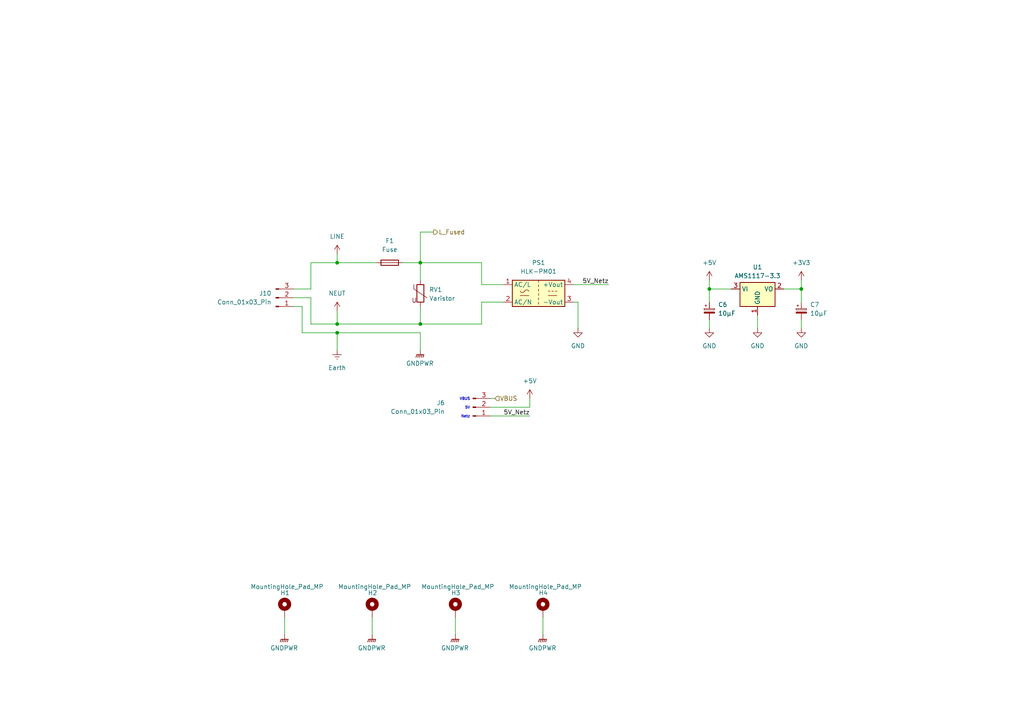
<source format=kicad_sch>
(kicad_sch (version 20250114) (generator "eeschema") (generator_version "9.0")
  (paper "A4")
  (lib_symbols
    (symbol "Connector:Conn_01x03_Pin" (pin_names (offset 1.016) (hide yes))
      (property "Reference" "J" (at 0 5.08 0))
      (property "Value" "Conn_01x03_Pin" (at 0 -5.08 0))
      (symbol "Conn_01x03_Pin_1_1"
        (rectangle (start 0.8636 2.667) (end 0 2.413) (stroke (width 0.1524)) (fill (type outline)))
        (rectangle (start 0.8636 0.127) (end 0 -0.127) (stroke (width 0.1524)) (fill (type outline)))
        (rectangle (start 0.8636 -2.413) (end 0 -2.667) (stroke (width 0.1524)) (fill (type outline)))
        (polyline (pts (xy 1.27 2.54) (xy 0.8636 2.54)) (stroke (width 0.1524)))
        (polyline (pts (xy 1.27 0) (xy 0.8636 0)) (stroke (width 0.1524)))
        (polyline (pts (xy 1.27 -2.54) (xy 0.8636 -2.54)) (stroke (width 0.1524)))
        (pin passive line (at 5.08 2.54 180) (length 3.81) (name "Pin_1") (number "1"))
        (pin passive line (at 5.08 0 180) (length 3.81) (name "Pin_2") (number "2"))
        (pin passive line (at 5.08 -2.54 180) (length 3.81) (name "Pin_3") (number "3"))
      )
    )
    (symbol "Converter_ACDC:HLK-PM01"
      (property "Reference" "PS" (at 0 5.08 0))
      (property "Value" "HLK-PM01" (at 0 -5.08 0))
      (symbol "HLK-PM01_0_1"
        (rectangle (start -7.62 3.81) (end 7.62 -3.81) (stroke (width 0.254)) (fill (type background)))
        (polyline (pts (xy -5.334 -0.635) (xy -2.794 -0.635)))
        (arc (start -4.064 0.635) (mid -4.699 0.2495) (end -5.334 0.635))
        (arc (start -4.064 0.635) (mid -3.429 1.0072) (end -2.794 0.635))
        (polyline (pts (xy 0 3.81) (xy 0 3.175)))
        (polyline (pts (xy 0 2.54) (xy 0 1.905)))
        (polyline (pts (xy 0 1.27) (xy 0 0.635)))
        (polyline (pts (xy 0 0) (xy 0 -0.635)))
        (polyline (pts (xy 0 -1.27) (xy 0 -1.905)))
        (polyline (pts (xy 0 -2.54) (xy 0 -3.175)))
        (polyline (pts (xy 2.794 0.635) (xy 3.302 0.635)))
        (polyline (pts (xy 2.794 -0.635) (xy 5.334 -0.635)))
        (polyline (pts (xy 3.81 0.635) (xy 4.318 0.635)))
        (polyline (pts (xy 4.826 0.635) (xy 5.334 0.635)))
      )
      (symbol "HLK-PM01_1_1"
        (pin power_in line (at -10.16 2.54 0) (length 2.54) (name "AC/L") (number "1"))
        (pin power_in line (at -10.16 -2.54 0) (length 2.54) (name "AC/N") (number "2"))
        (pin power_out line (at 10.16 2.54 180) (length 2.54) (name "+Vout") (number "4"))
        (pin power_out line (at 10.16 -2.54 180) (length 2.54) (name "-Vout") (number "3"))
      )
    )
    (symbol "Device:C_Polarized_Small" (pin_numbers (hide yes)) (pin_names (offset 0.254) (hide yes))
      (property "Reference" "C" (at 0.254 1.778 0))
      (property "Value" "C_Polarized_Small" (at 0.254 -2.032 0))
      (symbol "C_Polarized_Small_0_1"
        (rectangle (start -1.524 0.6858) (end 1.524 0.3048))
        (rectangle (start -1.524 -0.3048) (end 1.524 -0.6858) (fill (type outline)))
        (polyline (pts (xy -1.27 1.524) (xy -0.762 1.524)))
        (polyline (pts (xy -1.016 1.27) (xy -1.016 1.778)))
      )
      (symbol "C_Polarized_Small_1_1"
        (pin passive line (at 0 2.54 270) (length 1.8542) (name "~") (number "1"))
        (pin passive line (at 0 -2.54 90) (length 1.8542) (name "~") (number "2"))
      )
    )
    (symbol "Device:Fuse" (pin_numbers (hide yes)) (pin_names (offset 0))
      (property "Reference" "F" (at 2.032 0 90))
      (property "Value" "Fuse" (at -1.905 0 90))
      (symbol "Fuse_0_1"
        (rectangle (start -0.762 -2.54) (end 0.762 2.54) (stroke (width 0.254)))
        (polyline (pts (xy 0 2.54) (xy 0 -2.54)))
      )
      (symbol "Fuse_1_1"
        (pin passive line (at 0 3.81 270) (length 1.27) (name "~") (number "1"))
        (pin passive line (at 0 -3.81 90) (length 1.27) (name "~") (number "2"))
      )
    )
    (symbol "Device:Varistor" (pin_numbers (hide yes)) (pin_names (offset 0))
      (property "Reference" "RV" (at 3.175 0 90))
      (property "Value" "Varistor" (at -3.175 0 90))
      (symbol "Varistor_0_0"
        (text "U" (at -1.778 -2.032 0) (effects (font (size 1.27 1.27))))
      )
      (symbol "Varistor_0_1"
        (polyline (pts (xy -1.905 2.54) (xy -1.905 1.27) (xy 1.905 -1.27)))
        (rectangle (start -1.016 -2.54) (end 1.016 2.54) (stroke (width 0.254)))
      )
      (symbol "Varistor_1_1"
        (pin passive line (at 0 3.81 270) (length 1.27) (name "~") (number "1"))
        (pin passive line (at 0 -3.81 90) (length 1.27) (name "~") (number "2"))
      )
    )
    (symbol "Mechanical:MountingHole_Pad_MP" (pin_numbers (hide yes)) (pin_names (offset 1.016) (hide yes)) (in_bom no)
      (property "Reference" "H" (at 0 6.35 0))
      (property "Value" "MountingHole_Pad_MP" (at 0 4.445 0))
      (symbol "MountingHole_Pad_MP_0_1"
        (circle (center 0 1.27) (radius 1.27) (stroke (width 1.27)))
      )
      (symbol "MountingHole_Pad_MP_1_1"
        (pin input line (at 0 -2.54 90) (length 2.54) (name "MP") (number "MP"))
      )
    )
    (symbol "Regulator_Linear:AMS1117-3.3"
      (property "Reference" "U" (at -3.81 3.175 0))
      (property "Value" "AMS1117-3.3" (at 0 3.175 0))
      (symbol "AMS1117-3.3_0_1"
        (rectangle (start -5.08 -5.08) (end 5.08 1.905) (stroke (width 0.254)) (fill (type background)))
      )
      (symbol "AMS1117-3.3_1_1"
        (pin power_in line (at -7.62 0 0) (length 2.54) (name "VI") (number "3"))
        (pin power_in line (at 0 -7.62 90) (length 2.54) (name "GND") (number "1"))
        (pin power_out line (at 7.62 0 180) (length 2.54) (name "VO") (number "2"))
      )
    )
    (symbol "power:+3V3" (power) (pin_numbers (hide yes)) (pin_names (offset 0) (hide yes))
      (property "Value" "+3V3" (at 0 3.556 0))
      (symbol "+3V3_0_1"
        (polyline (pts (xy -0.762 1.27) (xy 0 2.54)))
        (polyline (pts (xy 0 2.54) (xy 0.762 1.27)))
        (polyline (pts (xy 0 0) (xy 0 2.54)))
      )
      (symbol "+3V3_1_1"
        (pin power_in line (at 0 0 90) (length 0) (name "~") (number "1"))
      )
    )
    (symbol "power:+5V" (power) (pin_numbers (hide yes)) (pin_names (offset 0) (hide yes))
      (property "Value" "+5V" (at 0 3.556 0))
      (symbol "+5V_0_1"
        (polyline (pts (xy -0.762 1.27) (xy 0 2.54)))
        (polyline (pts (xy 0 2.54) (xy 0.762 1.27)))
        (polyline (pts (xy 0 0) (xy 0 2.54)))
      )
      (symbol "+5V_1_1"
        (pin power_in line (at 0 0 90) (length 0) (name "~") (number "1"))
      )
    )
    (symbol "power:Earth" (power) (pin_numbers (hide yes)) (pin_names (offset 0) (hide yes))
      (property "Value" "Earth" (at 0 -3.81 0))
      (symbol "Earth_0_1"
        (polyline (pts (xy -0.635 -1.905) (xy 0.635 -1.905)))
        (polyline (pts (xy -0.127 -2.54) (xy 0.127 -2.54)))
        (polyline (pts (xy 0 -1.27) (xy 0 0)))
        (polyline (pts (xy 1.27 -1.27) (xy -1.27 -1.27)))
      )
      (symbol "Earth_1_1"
        (pin power_in line (at 0 0 270) (length 0) (name "~") (number "1"))
      )
    )
    (symbol "power:GND" (power) (pin_numbers (hide yes)) (pin_names (offset 0) (hide yes))
      (property "Value" "GND" (at 0 -3.81 0))
      (symbol "GND_0_1"
        (polyline (pts (xy 0 0) (xy 0 -1.27) (xy 1.27 -1.27) (xy 0 -2.54) (xy -1.27 -1.27) (xy 0 -1.27)))
      )
      (symbol "GND_1_1"
        (pin power_in line (at 0 0 270) (length 0) (name "~") (number "1"))
      )
    )
    (symbol "power:GNDPWR" (power) (pin_numbers (hide yes)) (pin_names (offset 0) (hide yes))
      (property "Value" "GNDPWR" (at 0 -3.302 0))
      (symbol "GNDPWR_0_1"
        (polyline (pts (xy -1.016 -1.27) (xy -1.27 -2.032) (xy -1.27 -2.032)) (stroke (width 0.2032)))
        (polyline (pts (xy -0.508 -1.27) (xy -0.762 -2.032) (xy -0.762 -2.032)) (stroke (width 0.2032)))
        (polyline (pts (xy 0 -1.27) (xy 0 0)))
        (polyline (pts (xy 0 -1.27) (xy -0.254 -2.032) (xy -0.254 -2.032)) (stroke (width 0.2032)))
        (polyline (pts (xy 0.508 -1.27) (xy 0.254 -2.032) (xy 0.254 -2.032)) (stroke (width 0.2032)))
        (polyline (pts (xy 1.016 -1.27) (xy -1.016 -1.27) (xy -1.016 -1.27)) (stroke (width 0.2032)))
        (polyline (pts (xy 1.016 -1.27) (xy 0.762 -2.032) (xy 0.762 -2.032) (xy 0.762 -2.032)) (stroke (width 0.2032)))
      )
      (symbol "GNDPWR_1_1"
        (pin power_in line (at 0 0 270) (length 0) (name "~") (number "1"))
      )
    )
    (symbol "power:LINE" (power) (pin_numbers (hide yes)) (pin_names (offset 0) (hide yes))
      (property "Value" "LINE" (at 0 3.556 0))
      (symbol "LINE_0_1"
        (polyline (pts (xy -0.762 1.27) (xy 0 2.54)))
        (polyline (pts (xy 0 2.54) (xy 0.762 1.27)))
        (polyline (pts (xy 0 0) (xy 0 2.54)))
      )
      (symbol "LINE_1_1"
        (pin power_in line (at 0 0 90) (length 0) (name "~") (number "1"))
      )
    )
    (symbol "power:NEUT" (power) (pin_numbers (hide yes)) (pin_names (offset 0) (hide yes))
      (property "Value" "NEUT" (at 0 3.556 0))
      (symbol "NEUT_0_1"
        (polyline (pts (xy -0.762 1.27) (xy 0 2.54)))
        (polyline (pts (xy 0 2.54) (xy 0.762 1.27)))
        (polyline (pts (xy 0 0) (xy 0 2.54)))
      )
      (symbol "NEUT_1_1"
        (pin power_in line (at 0 0 90) (length 0) (name "~") (number "1"))
      )
    )
  )
  (text "5V" (at 136.398 118.364 0) (effects (font (size 0.762 0.762)) (justify right)))
  (text "VBUS" (at 136.398 115.824 0) (effects (font (size 0.762 0.762)) (justify right)))
  (text "Netz" (at 136.398 120.904 0) (effects (font (size 0.762 0.762)) (justify right)))
  (junction (at 121.92 76.2))
  (junction (at 205.74 83.82))
  (junction (at 97.79 96.52))
  (junction (at 97.79 93.98))
  (junction (at 121.92 93.98))
  (junction (at 97.79 76.2))
  (junction (at 232.41 83.82))
  (wire (pts (xy 90.17 93.98) (xy 97.79 93.98)))
  (wire (pts (xy 87.63 88.9) (xy 87.63 96.52)))
  (wire (pts (xy 139.7 87.63) (xy 139.7 93.98)))
  (wire (pts (xy 116.84 76.2) (xy 121.92 76.2)))
  (wire (pts (xy 97.79 93.98) (xy 121.92 93.98)))
  (wire (pts (xy 90.17 83.82) (xy 90.17 76.2)))
  (wire (pts (xy 153.67 115.57) (xy 153.67 118.11)))
  (wire (pts (xy 121.92 76.2) (xy 121.92 81.28)))
  (wire (pts (xy 232.41 81.28) (xy 232.41 83.82)))
  (wire (pts (xy 82.55 179.07) (xy 82.55 184.15)))
  (wire (pts (xy 227.33 83.82) (xy 232.41 83.82)))
  (wire (pts (xy 97.79 90.17) (xy 97.79 93.98)))
  (wire (pts (xy 125.73 67.31) (xy 121.92 67.31)))
  (wire (pts (xy 142.24 115.57) (xy 143.51 115.57)))
  (wire (pts (xy 121.92 88.9) (xy 121.92 93.98)))
  (wire (pts (xy 97.79 73.66) (xy 97.79 76.2)))
  (wire (pts (xy 146.05 82.55) (xy 139.7 82.55)))
  (wire (pts (xy 139.7 82.55) (xy 139.7 76.2)))
  (wire (pts (xy 232.41 92.71) (xy 232.41 95.25)))
  (wire (pts (xy 121.92 67.31) (xy 121.92 76.2)))
  (wire (pts (xy 85.09 83.82) (xy 90.17 83.82)))
  (wire (pts (xy 205.74 81.28) (xy 205.74 83.82)))
  (wire (pts (xy 121.92 101.6) (xy 121.92 96.52)))
  (wire (pts (xy 232.41 83.82) (xy 232.41 87.63)))
  (wire (pts (xy 90.17 76.2) (xy 97.79 76.2)))
  (wire (pts (xy 205.74 83.82) (xy 205.74 87.63)))
  (wire (pts (xy 166.37 87.63) (xy 167.64 87.63)))
  (wire (pts (xy 157.48 179.07) (xy 157.48 184.15)))
  (wire (pts (xy 219.71 91.44) (xy 219.71 95.25)))
  (wire (pts (xy 107.95 179.07) (xy 107.95 184.15)))
  (wire (pts (xy 205.74 83.82) (xy 212.09 83.82)))
  (wire (pts (xy 167.64 87.63) (xy 167.64 95.25)))
  (wire (pts (xy 132.08 179.07) (xy 132.08 184.15)))
  (wire (pts (xy 139.7 93.98) (xy 121.92 93.98)))
  (wire (pts (xy 85.09 88.9) (xy 87.63 88.9)))
  (wire (pts (xy 85.09 86.36) (xy 90.17 86.36)))
  (wire (pts (xy 97.79 96.52) (xy 97.79 101.6)))
  (wire (pts (xy 146.05 87.63) (xy 139.7 87.63)))
  (wire (pts (xy 166.37 82.55) (xy 176.53 82.55)))
  (wire (pts (xy 97.79 96.52) (xy 121.92 96.52)))
  (wire (pts (xy 139.7 76.2) (xy 121.92 76.2)))
  (wire (pts (xy 87.63 96.52) (xy 97.79 96.52)))
  (wire (pts (xy 97.79 76.2) (xy 109.22 76.2)))
  (wire (pts (xy 205.74 92.71) (xy 205.74 95.25)))
  (wire (pts (xy 142.24 118.11) (xy 153.67 118.11)))
  (wire (pts (xy 90.17 86.36) (xy 90.17 93.98)))
  (wire (pts (xy 142.24 120.65) (xy 153.67 120.65)))
  (label "5V_Netz" (at 153.67 120.65 180))
  (label "5V_Netz" (at 176.53 82.55 180))
  (hierarchical_label "L_Fused" (shape output) (at 125.73 67.31 0))
  (hierarchical_label "VBUS" (shape input) (at 143.51 115.57 0))
  (symbol (lib_id "Converter_ACDC:HLK-PM01") (at 156.21 85.09 0) (unit 1)
    (property "Reference" "PS1" (at 156.21 76.2 0))
    (property "Value" "HLK-PM01" (at 156.21 78.74 0))
    (property "Footprint" "Converter_ACDC:Converter_ACDC_Hi-Link_HLK-PMxx" (effects (hide yes)))
    (property "Datasheet" "https://h.hlktech.com/download/ACDC%E7%94%B5%E6%BA%90%E6%A8%A1%E5%9D%973W%E7%B3%BB%E5%88%97/1/%E6%B5%B7%E5%87%8C%E7%A7%913W%E7%B3%BB%E5%88%97%E7%94%B5%E6%BA%90%E6%A8%A1%E5%9D%97%E8%A7%84%E6%A0%BC%E4%B9%A6V2.8.pdf" (effects (hide yes)))
    (property "Description" "Compact AC/DC board mount power module 3W 5V" (effects (hide yes)))
  )
  (symbol (lib_id "power:+5V") (at 153.67 115.57 0) (unit 1)
    (property "Reference" "#PWR053" (effects (hide yes)))
    (property "Value" "+5V" (at 153.67 110.49 0))
    (property "Description" "Power symbol creates a global label with name \"+5V\"" (effects (hide yes)))
  )
  (symbol (lib_id "power:GND") (at 167.64 95.25 0) (unit 1)
    (property "Reference" "#PWR043" (effects (hide yes)))
    (property "Value" "GND" (at 167.64 100.33 0))
    (property "Description" "Power symbol creates a global label with name \"GND\" , ground" (effects (hide yes)))
  )
  (symbol (lib_id "power:Earth") (at 97.79 101.6 0) (unit 1)
    (property "Reference" "#PWR045" (effects (hide yes)))
    (property "Value" "Earth" (at 97.79 106.68 0))
    (property "Description" "Power symbol creates a global label with name \"Earth\"" (effects (hide yes)))
  )
  (symbol (lib_id "power:GNDPWR") (at 121.92 101.6 0) (unit 1)
    (property "Reference" "#PWR044" (effects (hide yes)))
    (property "Value" "GNDPWR" (at 121.793 105.41 0))
    (property "Description" "Power symbol creates a global label with name \"GNDPWR\" , global ground" (effects (hide yes)))
  )
  (symbol (lib_id "power:GND") (at 232.41 95.25 0) (unit 1)
    (property "Reference" "#PWR056" (effects (hide yes)))
    (property "Value" "GND" (at 232.41 100.33 0))
    (property "Description" "Power symbol creates a global label with name \"GND\" , ground" (effects (hide yes)))
  )
  (symbol (lib_id "Mechanical:MountingHole_Pad_MP") (at 157.48 176.53 0) (unit 1) (in_bom no)
    (property "Reference" "H4" (at 156.21 171.958 0) (effects (justify left)))
    (property "Value" "MountingHole_Pad_MP" (at 147.574 170.18 0) (effects (justify left)))
    (property "Footprint" "MountingHole:MountingHole_3.2mm_M3_Pad_Via" (effects (hide yes)))
    (property "Description" "Mounting Hole with connection as pad named MP" (effects (hide yes)))
  )
  (symbol (lib_id "Mechanical:MountingHole_Pad_MP") (at 132.08 176.53 0) (unit 1) (in_bom no)
    (property "Reference" "H3" (at 130.81 171.958 0) (effects (justify left)))
    (property "Value" "MountingHole_Pad_MP" (at 122.174 170.18 0) (effects (justify left)))
    (property "Footprint" "MountingHole:MountingHole_3.2mm_M3_Pad_Via" (effects (hide yes)))
    (property "Description" "Mounting Hole with connection as pad named MP" (effects (hide yes)))
  )
  (symbol (lib_id "Mechanical:MountingHole_Pad_MP") (at 107.95 176.53 0) (unit 1) (in_bom no)
    (property "Reference" "H2" (at 106.68 171.958 0) (effects (justify left)))
    (property "Value" "MountingHole_Pad_MP" (at 98.044 170.18 0) (effects (justify left)))
    (property "Footprint" "MountingHole:MountingHole_3.2mm_M3_Pad_Via" (effects (hide yes)))
    (property "Description" "Mounting Hole with connection as pad named MP" (effects (hide yes)))
  )
  (symbol (lib_id "Mechanical:MountingHole_Pad_MP") (at 82.55 176.53 0) (unit 1) (in_bom no)
    (property "Reference" "H1" (at 81.28 171.958 0) (effects (justify left)))
    (property "Value" "MountingHole_Pad_MP" (at 72.644 170.18 0) (effects (justify left)))
    (property "Footprint" "MountingHole:MountingHole_3.2mm_M3_Pad_Via" (effects (hide yes)))
    (property "Description" "Mounting Hole with connection as pad named MP" (effects (hide yes)))
  )
  (symbol (lib_id "power:GNDPWR") (at 157.48 184.15 0) (unit 1)
    (property "Reference" "#PWR049" (effects (hide yes)))
    (property "Value" "GNDPWR" (at 157.353 187.96 0))
    (property "Description" "Power symbol creates a global label with name \"GNDPWR\" , global ground" (effects (hide yes)))
  )
  (symbol (lib_id "power:NEUT") (at 97.79 90.17 0) (unit 1)
    (property "Reference" "#PWR065" (effects (hide yes)))
    (property "Value" "NEUT" (at 97.79 85.09 0))
    (property "Description" "Power symbol creates a global label with name \"NEUT\"" (effects (hide yes)))
  )
  (symbol (lib_id "power:LINE") (at 97.79 73.66 0) (unit 1)
    (property "Reference" "#PWR064" (effects (hide yes)))
    (property "Value" "LINE" (at 97.79 68.58 0))
    (property "Description" "Power symbol creates a global label with name \"LINE\"" (effects (hide yes)))
  )
  (symbol (lib_id "power:GNDPWR") (at 132.08 184.15 0) (unit 1)
    (property "Reference" "#PWR048" (effects (hide yes)))
    (property "Value" "GNDPWR" (at 131.953 187.96 0))
    (property "Description" "Power symbol creates a global label with name \"GNDPWR\" , global ground" (effects (hide yes)))
  )
  (symbol (lib_id "power:GND") (at 219.71 95.25 0) (unit 1)
    (property "Reference" "#PWR050" (effects (hide yes)))
    (property "Value" "GND" (at 219.71 100.33 0))
    (property "Description" "Power symbol creates a global label with name \"GND\" , ground" (effects (hide yes)))
  )
  (symbol (lib_id "power:+3V3") (at 232.41 81.28 0) (unit 1)
    (property "Reference" "#PWR054" (effects (hide yes)))
    (property "Value" "+3V3" (at 232.41 76.2 0))
    (property "Description" "Power symbol creates a global label with name \"+3V3\"" (effects (hide yes)))
  )
  (symbol (lib_id "Device:C_Polarized_Small") (at 232.41 90.17 0) (unit 1)
    (property "Reference" "C7" (at 234.95 88.3538 0) (effects (justify left)))
    (property "Value" "10µF" (at 234.95 90.8938 0) (effects (justify left)))
    (property "Footprint" "Capacitor_THT:CP_Radial_D8.0mm_P3.80mm" (effects (hide yes)))
    (property "Description" "Polarized capacitor, small symbol" (effects (hide yes)))
  )
  (symbol (lib_id "power:GNDPWR") (at 82.55 184.15 0) (unit 1)
    (property "Reference" "#PWR046" (effects (hide yes)))
    (property "Value" "GNDPWR" (at 82.423 187.96 0))
    (property "Description" "Power symbol creates a global label with name \"GNDPWR\" , global ground" (effects (hide yes)))
  )
  (symbol (lib_id "Connector:Conn_01x03_Pin") (at 80.01 86.36 0) (mirror x) (unit 1)
    (property "Reference" "J10" (at 78.74 85.0899 0) (effects (justify right)))
    (property "Value" "Conn_01x03_Pin" (at 78.74 87.6299 0) (effects (justify right)))
    (property "Footprint" "Connector_Phoenix_MSTB:PhoenixContact_MSTBA_2,5_3-G-5,08_1x03_P5.08mm_Horizontal" (effects (hide yes)))
    (property "Description" "Generic connector, single row, 01x03, script generated" (effects (hide yes)))
  )
  (symbol (lib_id "Device:C_Polarized_Small") (at 205.74 90.17 0) (unit 1)
    (property "Reference" "C6" (at 208.28 88.3538 0) (effects (justify left)))
    (property "Value" "10µF" (at 208.28 90.8938 0) (effects (justify left)))
    (property "Footprint" "Capacitor_THT:CP_Radial_D8.0mm_P3.80mm" (effects (hide yes)))
    (property "Description" "Polarized capacitor, small symbol" (effects (hide yes)))
  )
  (symbol (lib_id "Regulator_Linear:AMS1117-3.3") (at 219.71 83.82 0) (unit 1)
    (property "Reference" "U1" (at 219.71 77.47 0))
    (property "Value" "AMS1117-3.3" (at 219.71 80.01 0))
    (property "Footprint" "Package_TO_SOT_SMD:SOT-223-3_TabPin2" (effects (hide yes)))
    (property "Datasheet" "http://www.advanced-monolithic.com/pdf/ds1117.pdf" (effects (hide yes)))
    (property "Description" "1A Low Dropout regulator, positive, 3.3V fixed output, SOT-223" (effects (hide yes)))
  )
  (symbol (lib_id "Device:Fuse") (at 113.03 76.2 90) (unit 1)
    (property "Reference" "F1" (at 113.03 69.85 90))
    (property "Value" "Fuse" (at 113.03 72.39 90))
    (property "Footprint" "Fuse:Fuseholder_Clip-5x20mm_Bel_FC-203-22_Lateral_P17.80x5.00mm_D1.17mm_Horizontal" (effects (hide yes)))
    (property "Description" "Fuse" (effects (hide yes)))
  )
  (symbol (lib_id "power:+5V") (at 205.74 81.28 0) (unit 1)
    (property "Reference" "#PWR051" (effects (hide yes)))
    (property "Value" "+5V" (at 205.74 76.2 0))
    (property "Description" "Power symbol creates a global label with name \"+5V\"" (effects (hide yes)))
  )
  (symbol (lib_id "Device:Varistor") (at 121.92 85.09 0) (unit 1)
    (property "Reference" "RV1" (at 124.46 84.0132 0) (effects (justify left)))
    (property "Value" "Varistor" (at 124.46 86.5532 0) (effects (justify left)))
    (property "Footprint" "Varistor:RV_Disc_D9mm_W3.3mm_P5mm" (effects (hide yes)))
    (property "Description" "Voltage dependent resistor" (effects (hide yes)))
    (property "Sim.Name" "kicad_builtin_varistor" (effects (hide yes)))
    (property "Sim.Device" "SUBCKT" (effects (hide yes)))
    (property "Sim.Pins" "1=A 2=B" (effects (hide yes)))
    (property "Sim.Params" "threshold=1k" (effects (hide yes)))
    (property "Sim.Library" "${KICAD9_SYMBOL_DIR}/Simulation_SPICE.sp" (effects (hide yes)))
  )
  (symbol (lib_id "power:GND") (at 205.74 95.25 0) (unit 1)
    (property "Reference" "#PWR055" (effects (hide yes)))
    (property "Value" "GND" (at 205.74 100.33 0))
    (property "Description" "Power symbol creates a global label with name \"GND\" , ground" (effects (hide yes)))
  )
  (symbol (lib_id "Connector:Conn_01x03_Pin") (at 137.16 118.11 0) (mirror x) (unit 1)
    (property "Reference" "J6" (at 129.032 116.84 0) (effects (justify right)))
    (property "Value" "Conn_01x03_Pin" (at 129.032 119.38 0) (effects (justify right)))
    (property "Footprint" "Connector_PinHeader_2.54mm:PinHeader_1x03_P2.54mm_Vertical" (effects (hide yes)))
    (property "Description" "Generic connector, single row, 01x03, script generated" (effects (hide yes)))
  )
  (symbol (lib_id "power:GNDPWR") (at 107.95 184.15 0) (unit 1)
    (property "Reference" "#PWR047" (effects (hide yes)))
    (property "Value" "GNDPWR" (at 107.823 187.96 0))
    (property "Description" "Power symbol creates a global label with name \"GNDPWR\" , global ground" (effects (hide yes)))
  )
)
</source>
